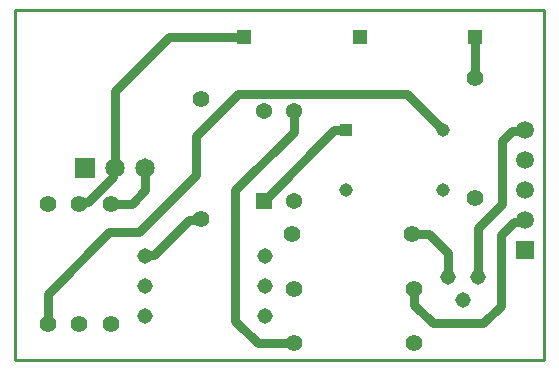
<source format=gtl>
G04*
G04 #@! TF.GenerationSoftware,Altium Limited,Altium Designer,22.3.1 (43)*
G04*
G04 Layer_Physical_Order=1*
G04 Layer_Color=255*
%FSLAX25Y25*%
%MOIN*%
G70*
G04*
G04 #@! TF.SameCoordinates,E4ED8E47-D218-4FBD-A3A2-710C509649A8*
G04*
G04*
G04 #@! TF.FilePolarity,Positive*
G04*
G01*
G75*
%ADD13C,0.01000*%
%ADD16C,0.05400*%
%ADD17R,0.05400X0.05400*%
%ADD26C,0.03008*%
%ADD27C,0.05150*%
%ADD28R,0.06500X0.06500*%
%ADD29C,0.06500*%
%ADD30C,0.05512*%
%ADD31R,0.05906X0.05906*%
%ADD32C,0.05906*%
%ADD33R,0.04882X0.04882*%
%ADD34C,0.04488*%
%ADD35R,0.04488X0.04488*%
D13*
X427000Y444250D02*
Y450500D01*
Y340500D02*
Y444250D01*
Y450500D02*
Y451500D01*
Y457000D01*
X603500D01*
Y340500D02*
Y457000D01*
X427000Y340500D02*
X603500D01*
D16*
X510000Y423500D02*
D03*
X520000D02*
D03*
Y393500D02*
D03*
D17*
X510000D02*
D03*
D26*
X508000Y346000D02*
X520000D01*
X500500Y353500D02*
Y397000D01*
Y353500D02*
X508000Y346000D01*
X500500Y397000D02*
X520000Y416500D01*
X560131Y358869D02*
X566300Y352700D01*
X560131Y358869D02*
Y363869D01*
X566300Y352700D02*
X583200D01*
X520000Y416500D02*
Y423500D01*
X468500Y383000D02*
X487500Y402000D01*
X458500Y383000D02*
X468500D01*
X438000Y362500D02*
X458500Y383000D01*
X438000Y352500D02*
Y362500D01*
X487500Y402000D02*
Y415000D01*
X501400Y428900D01*
X557880D01*
X470500Y397000D02*
Y404500D01*
X459000Y392500D02*
X466000D01*
X470500Y397000D01*
X485119Y387119D02*
X488619D01*
X470500Y375000D02*
X470910Y375410D01*
X473410D01*
X485119Y387119D01*
X488619D02*
X489000Y387500D01*
X448979Y392979D02*
X451479D01*
X459832Y401332D01*
Y403832D01*
X448500Y392500D02*
X448979Y392979D01*
X459832Y403832D02*
X460500Y404500D01*
Y404459D02*
Y430000D01*
X560000Y364000D02*
X560131Y363869D01*
X583200Y352700D02*
X589000Y358500D01*
Y382000D02*
X593446Y386446D01*
X589000Y358500D02*
Y382000D01*
X589500Y392500D02*
Y413500D01*
X581500Y384500D02*
X589500Y392500D01*
X581500Y368000D02*
Y384500D01*
X593446Y386446D02*
X596446D01*
X597000Y387000D01*
X589500Y413500D02*
X592730Y416730D01*
X596730D02*
X597000Y417000D01*
X592730Y416730D02*
X596730D01*
X510000Y393500D02*
X533539Y417039D01*
X537260D01*
X557880Y428900D02*
X569740Y417039D01*
X478500Y448000D02*
X503500D01*
X460500Y430000D02*
X478500Y448000D01*
X571500Y368000D02*
Y376000D01*
X565000Y382500D02*
X571500Y376000D01*
X559500Y382500D02*
X565000D01*
X580500Y434500D02*
Y448000D01*
D27*
X571500Y368000D02*
D03*
X576500Y360500D02*
D03*
X581500Y368000D02*
D03*
X470500Y375000D02*
D03*
Y365000D02*
D03*
Y355000D02*
D03*
X510500D02*
D03*
Y365000D02*
D03*
Y375000D02*
D03*
D28*
X450500Y404500D02*
D03*
D29*
X460500D02*
D03*
X470500D02*
D03*
D30*
X520000Y346000D02*
D03*
X560000D02*
D03*
Y364000D02*
D03*
X520000D02*
D03*
X559500Y382500D02*
D03*
X519500D02*
D03*
X580500Y394500D02*
D03*
Y434500D02*
D03*
X459000Y352500D02*
D03*
Y392500D02*
D03*
X489000Y427500D02*
D03*
Y387500D02*
D03*
X438000Y352500D02*
D03*
Y392500D02*
D03*
X448500Y352500D02*
D03*
Y392500D02*
D03*
D31*
X597000Y377000D02*
D03*
D32*
Y387000D02*
D03*
Y397000D02*
D03*
Y407000D02*
D03*
Y417000D02*
D03*
D33*
X580500Y448000D02*
D03*
X542000D02*
D03*
X503500D02*
D03*
D34*
X569740Y417039D02*
D03*
Y396961D02*
D03*
X537260D02*
D03*
D35*
Y417039D02*
D03*
M02*

</source>
